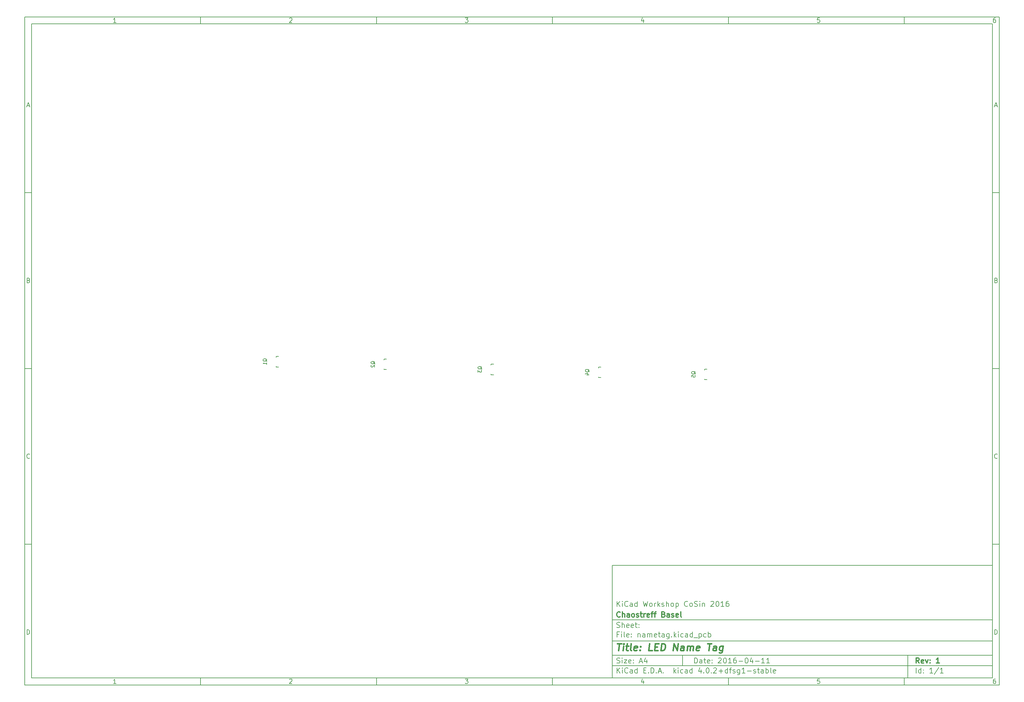
<source format=gbr>
G04 #@! TF.FileFunction,Legend,Bot*
%FSLAX46Y46*%
G04 Gerber Fmt 4.6, Leading zero omitted, Abs format (unit mm)*
G04 Created by KiCad (PCBNEW 4.0.2+dfsg1-stable) date Fri 10 Jun 2016 09:08:50 CEST*
%MOMM*%
G01*
G04 APERTURE LIST*
%ADD10C,0.100000*%
%ADD11C,0.150000*%
%ADD12C,0.300000*%
%ADD13C,0.400000*%
%ADD14R,2.300000X2.400000*%
%ADD15C,2.300000*%
%ADD16C,2.400000*%
%ADD17R,1.700000X1.700000*%
%ADD18C,1.700000*%
%ADD19R,2.127200X2.127200*%
%ADD20O,2.127200X2.127200*%
%ADD21R,2.200860X1.200100*%
%ADD22C,2.398980*%
%ADD23O,2.000000X2.000000*%
%ADD24C,1.797000*%
G04 APERTURE END LIST*
D10*
D11*
X177002200Y-166007200D02*
X177002200Y-198007200D01*
X285002200Y-198007200D01*
X285002200Y-166007200D01*
X177002200Y-166007200D01*
D10*
D11*
X10000000Y-10000000D02*
X10000000Y-200007200D01*
X287002200Y-200007200D01*
X287002200Y-10000000D01*
X10000000Y-10000000D01*
D10*
D11*
X12000000Y-12000000D02*
X12000000Y-198007200D01*
X285002200Y-198007200D01*
X285002200Y-12000000D01*
X12000000Y-12000000D01*
D10*
D11*
X60000000Y-12000000D02*
X60000000Y-10000000D01*
D10*
D11*
X110000000Y-12000000D02*
X110000000Y-10000000D01*
D10*
D11*
X160000000Y-12000000D02*
X160000000Y-10000000D01*
D10*
D11*
X210000000Y-12000000D02*
X210000000Y-10000000D01*
D10*
D11*
X260000000Y-12000000D02*
X260000000Y-10000000D01*
D10*
D11*
X35990476Y-11588095D02*
X35247619Y-11588095D01*
X35619048Y-11588095D02*
X35619048Y-10288095D01*
X35495238Y-10473810D01*
X35371429Y-10597619D01*
X35247619Y-10659524D01*
D10*
D11*
X85247619Y-10411905D02*
X85309524Y-10350000D01*
X85433333Y-10288095D01*
X85742857Y-10288095D01*
X85866667Y-10350000D01*
X85928571Y-10411905D01*
X85990476Y-10535714D01*
X85990476Y-10659524D01*
X85928571Y-10845238D01*
X85185714Y-11588095D01*
X85990476Y-11588095D01*
D10*
D11*
X135185714Y-10288095D02*
X135990476Y-10288095D01*
X135557143Y-10783333D01*
X135742857Y-10783333D01*
X135866667Y-10845238D01*
X135928571Y-10907143D01*
X135990476Y-11030952D01*
X135990476Y-11340476D01*
X135928571Y-11464286D01*
X135866667Y-11526190D01*
X135742857Y-11588095D01*
X135371429Y-11588095D01*
X135247619Y-11526190D01*
X135185714Y-11464286D01*
D10*
D11*
X185866667Y-10721429D02*
X185866667Y-11588095D01*
X185557143Y-10226190D02*
X185247619Y-11154762D01*
X186052381Y-11154762D01*
D10*
D11*
X235928571Y-10288095D02*
X235309524Y-10288095D01*
X235247619Y-10907143D01*
X235309524Y-10845238D01*
X235433333Y-10783333D01*
X235742857Y-10783333D01*
X235866667Y-10845238D01*
X235928571Y-10907143D01*
X235990476Y-11030952D01*
X235990476Y-11340476D01*
X235928571Y-11464286D01*
X235866667Y-11526190D01*
X235742857Y-11588095D01*
X235433333Y-11588095D01*
X235309524Y-11526190D01*
X235247619Y-11464286D01*
D10*
D11*
X285866667Y-10288095D02*
X285619048Y-10288095D01*
X285495238Y-10350000D01*
X285433333Y-10411905D01*
X285309524Y-10597619D01*
X285247619Y-10845238D01*
X285247619Y-11340476D01*
X285309524Y-11464286D01*
X285371429Y-11526190D01*
X285495238Y-11588095D01*
X285742857Y-11588095D01*
X285866667Y-11526190D01*
X285928571Y-11464286D01*
X285990476Y-11340476D01*
X285990476Y-11030952D01*
X285928571Y-10907143D01*
X285866667Y-10845238D01*
X285742857Y-10783333D01*
X285495238Y-10783333D01*
X285371429Y-10845238D01*
X285309524Y-10907143D01*
X285247619Y-11030952D01*
D10*
D11*
X60000000Y-198007200D02*
X60000000Y-200007200D01*
D10*
D11*
X110000000Y-198007200D02*
X110000000Y-200007200D01*
D10*
D11*
X160000000Y-198007200D02*
X160000000Y-200007200D01*
D10*
D11*
X210000000Y-198007200D02*
X210000000Y-200007200D01*
D10*
D11*
X260000000Y-198007200D02*
X260000000Y-200007200D01*
D10*
D11*
X35990476Y-199595295D02*
X35247619Y-199595295D01*
X35619048Y-199595295D02*
X35619048Y-198295295D01*
X35495238Y-198481010D01*
X35371429Y-198604819D01*
X35247619Y-198666724D01*
D10*
D11*
X85247619Y-198419105D02*
X85309524Y-198357200D01*
X85433333Y-198295295D01*
X85742857Y-198295295D01*
X85866667Y-198357200D01*
X85928571Y-198419105D01*
X85990476Y-198542914D01*
X85990476Y-198666724D01*
X85928571Y-198852438D01*
X85185714Y-199595295D01*
X85990476Y-199595295D01*
D10*
D11*
X135185714Y-198295295D02*
X135990476Y-198295295D01*
X135557143Y-198790533D01*
X135742857Y-198790533D01*
X135866667Y-198852438D01*
X135928571Y-198914343D01*
X135990476Y-199038152D01*
X135990476Y-199347676D01*
X135928571Y-199471486D01*
X135866667Y-199533390D01*
X135742857Y-199595295D01*
X135371429Y-199595295D01*
X135247619Y-199533390D01*
X135185714Y-199471486D01*
D10*
D11*
X185866667Y-198728629D02*
X185866667Y-199595295D01*
X185557143Y-198233390D02*
X185247619Y-199161962D01*
X186052381Y-199161962D01*
D10*
D11*
X235928571Y-198295295D02*
X235309524Y-198295295D01*
X235247619Y-198914343D01*
X235309524Y-198852438D01*
X235433333Y-198790533D01*
X235742857Y-198790533D01*
X235866667Y-198852438D01*
X235928571Y-198914343D01*
X235990476Y-199038152D01*
X235990476Y-199347676D01*
X235928571Y-199471486D01*
X235866667Y-199533390D01*
X235742857Y-199595295D01*
X235433333Y-199595295D01*
X235309524Y-199533390D01*
X235247619Y-199471486D01*
D10*
D11*
X285866667Y-198295295D02*
X285619048Y-198295295D01*
X285495238Y-198357200D01*
X285433333Y-198419105D01*
X285309524Y-198604819D01*
X285247619Y-198852438D01*
X285247619Y-199347676D01*
X285309524Y-199471486D01*
X285371429Y-199533390D01*
X285495238Y-199595295D01*
X285742857Y-199595295D01*
X285866667Y-199533390D01*
X285928571Y-199471486D01*
X285990476Y-199347676D01*
X285990476Y-199038152D01*
X285928571Y-198914343D01*
X285866667Y-198852438D01*
X285742857Y-198790533D01*
X285495238Y-198790533D01*
X285371429Y-198852438D01*
X285309524Y-198914343D01*
X285247619Y-199038152D01*
D10*
D11*
X10000000Y-60000000D02*
X12000000Y-60000000D01*
D10*
D11*
X10000000Y-110000000D02*
X12000000Y-110000000D01*
D10*
D11*
X10000000Y-160000000D02*
X12000000Y-160000000D01*
D10*
D11*
X10690476Y-35216667D02*
X11309524Y-35216667D01*
X10566667Y-35588095D02*
X11000000Y-34288095D01*
X11433333Y-35588095D01*
D10*
D11*
X11092857Y-84907143D02*
X11278571Y-84969048D01*
X11340476Y-85030952D01*
X11402381Y-85154762D01*
X11402381Y-85340476D01*
X11340476Y-85464286D01*
X11278571Y-85526190D01*
X11154762Y-85588095D01*
X10659524Y-85588095D01*
X10659524Y-84288095D01*
X11092857Y-84288095D01*
X11216667Y-84350000D01*
X11278571Y-84411905D01*
X11340476Y-84535714D01*
X11340476Y-84659524D01*
X11278571Y-84783333D01*
X11216667Y-84845238D01*
X11092857Y-84907143D01*
X10659524Y-84907143D01*
D10*
D11*
X11402381Y-135464286D02*
X11340476Y-135526190D01*
X11154762Y-135588095D01*
X11030952Y-135588095D01*
X10845238Y-135526190D01*
X10721429Y-135402381D01*
X10659524Y-135278571D01*
X10597619Y-135030952D01*
X10597619Y-134845238D01*
X10659524Y-134597619D01*
X10721429Y-134473810D01*
X10845238Y-134350000D01*
X11030952Y-134288095D01*
X11154762Y-134288095D01*
X11340476Y-134350000D01*
X11402381Y-134411905D01*
D10*
D11*
X10659524Y-185588095D02*
X10659524Y-184288095D01*
X10969048Y-184288095D01*
X11154762Y-184350000D01*
X11278571Y-184473810D01*
X11340476Y-184597619D01*
X11402381Y-184845238D01*
X11402381Y-185030952D01*
X11340476Y-185278571D01*
X11278571Y-185402381D01*
X11154762Y-185526190D01*
X10969048Y-185588095D01*
X10659524Y-185588095D01*
D10*
D11*
X287002200Y-60000000D02*
X285002200Y-60000000D01*
D10*
D11*
X287002200Y-110000000D02*
X285002200Y-110000000D01*
D10*
D11*
X287002200Y-160000000D02*
X285002200Y-160000000D01*
D10*
D11*
X285692676Y-35216667D02*
X286311724Y-35216667D01*
X285568867Y-35588095D02*
X286002200Y-34288095D01*
X286435533Y-35588095D01*
D10*
D11*
X286095057Y-84907143D02*
X286280771Y-84969048D01*
X286342676Y-85030952D01*
X286404581Y-85154762D01*
X286404581Y-85340476D01*
X286342676Y-85464286D01*
X286280771Y-85526190D01*
X286156962Y-85588095D01*
X285661724Y-85588095D01*
X285661724Y-84288095D01*
X286095057Y-84288095D01*
X286218867Y-84350000D01*
X286280771Y-84411905D01*
X286342676Y-84535714D01*
X286342676Y-84659524D01*
X286280771Y-84783333D01*
X286218867Y-84845238D01*
X286095057Y-84907143D01*
X285661724Y-84907143D01*
D10*
D11*
X286404581Y-135464286D02*
X286342676Y-135526190D01*
X286156962Y-135588095D01*
X286033152Y-135588095D01*
X285847438Y-135526190D01*
X285723629Y-135402381D01*
X285661724Y-135278571D01*
X285599819Y-135030952D01*
X285599819Y-134845238D01*
X285661724Y-134597619D01*
X285723629Y-134473810D01*
X285847438Y-134350000D01*
X286033152Y-134288095D01*
X286156962Y-134288095D01*
X286342676Y-134350000D01*
X286404581Y-134411905D01*
D10*
D11*
X285661724Y-185588095D02*
X285661724Y-184288095D01*
X285971248Y-184288095D01*
X286156962Y-184350000D01*
X286280771Y-184473810D01*
X286342676Y-184597619D01*
X286404581Y-184845238D01*
X286404581Y-185030952D01*
X286342676Y-185278571D01*
X286280771Y-185402381D01*
X286156962Y-185526190D01*
X285971248Y-185588095D01*
X285661724Y-185588095D01*
D10*
D11*
X200359343Y-193785771D02*
X200359343Y-192285771D01*
X200716486Y-192285771D01*
X200930771Y-192357200D01*
X201073629Y-192500057D01*
X201145057Y-192642914D01*
X201216486Y-192928629D01*
X201216486Y-193142914D01*
X201145057Y-193428629D01*
X201073629Y-193571486D01*
X200930771Y-193714343D01*
X200716486Y-193785771D01*
X200359343Y-193785771D01*
X202502200Y-193785771D02*
X202502200Y-193000057D01*
X202430771Y-192857200D01*
X202287914Y-192785771D01*
X202002200Y-192785771D01*
X201859343Y-192857200D01*
X202502200Y-193714343D02*
X202359343Y-193785771D01*
X202002200Y-193785771D01*
X201859343Y-193714343D01*
X201787914Y-193571486D01*
X201787914Y-193428629D01*
X201859343Y-193285771D01*
X202002200Y-193214343D01*
X202359343Y-193214343D01*
X202502200Y-193142914D01*
X203002200Y-192785771D02*
X203573629Y-192785771D01*
X203216486Y-192285771D02*
X203216486Y-193571486D01*
X203287914Y-193714343D01*
X203430772Y-193785771D01*
X203573629Y-193785771D01*
X204645057Y-193714343D02*
X204502200Y-193785771D01*
X204216486Y-193785771D01*
X204073629Y-193714343D01*
X204002200Y-193571486D01*
X204002200Y-193000057D01*
X204073629Y-192857200D01*
X204216486Y-192785771D01*
X204502200Y-192785771D01*
X204645057Y-192857200D01*
X204716486Y-193000057D01*
X204716486Y-193142914D01*
X204002200Y-193285771D01*
X205359343Y-193642914D02*
X205430771Y-193714343D01*
X205359343Y-193785771D01*
X205287914Y-193714343D01*
X205359343Y-193642914D01*
X205359343Y-193785771D01*
X205359343Y-192857200D02*
X205430771Y-192928629D01*
X205359343Y-193000057D01*
X205287914Y-192928629D01*
X205359343Y-192857200D01*
X205359343Y-193000057D01*
X207145057Y-192428629D02*
X207216486Y-192357200D01*
X207359343Y-192285771D01*
X207716486Y-192285771D01*
X207859343Y-192357200D01*
X207930772Y-192428629D01*
X208002200Y-192571486D01*
X208002200Y-192714343D01*
X207930772Y-192928629D01*
X207073629Y-193785771D01*
X208002200Y-193785771D01*
X208930771Y-192285771D02*
X209073628Y-192285771D01*
X209216485Y-192357200D01*
X209287914Y-192428629D01*
X209359343Y-192571486D01*
X209430771Y-192857200D01*
X209430771Y-193214343D01*
X209359343Y-193500057D01*
X209287914Y-193642914D01*
X209216485Y-193714343D01*
X209073628Y-193785771D01*
X208930771Y-193785771D01*
X208787914Y-193714343D01*
X208716485Y-193642914D01*
X208645057Y-193500057D01*
X208573628Y-193214343D01*
X208573628Y-192857200D01*
X208645057Y-192571486D01*
X208716485Y-192428629D01*
X208787914Y-192357200D01*
X208930771Y-192285771D01*
X210859342Y-193785771D02*
X210002199Y-193785771D01*
X210430771Y-193785771D02*
X210430771Y-192285771D01*
X210287914Y-192500057D01*
X210145056Y-192642914D01*
X210002199Y-192714343D01*
X212145056Y-192285771D02*
X211859342Y-192285771D01*
X211716485Y-192357200D01*
X211645056Y-192428629D01*
X211502199Y-192642914D01*
X211430770Y-192928629D01*
X211430770Y-193500057D01*
X211502199Y-193642914D01*
X211573627Y-193714343D01*
X211716485Y-193785771D01*
X212002199Y-193785771D01*
X212145056Y-193714343D01*
X212216485Y-193642914D01*
X212287913Y-193500057D01*
X212287913Y-193142914D01*
X212216485Y-193000057D01*
X212145056Y-192928629D01*
X212002199Y-192857200D01*
X211716485Y-192857200D01*
X211573627Y-192928629D01*
X211502199Y-193000057D01*
X211430770Y-193142914D01*
X212930770Y-193214343D02*
X214073627Y-193214343D01*
X215073627Y-192285771D02*
X215216484Y-192285771D01*
X215359341Y-192357200D01*
X215430770Y-192428629D01*
X215502199Y-192571486D01*
X215573627Y-192857200D01*
X215573627Y-193214343D01*
X215502199Y-193500057D01*
X215430770Y-193642914D01*
X215359341Y-193714343D01*
X215216484Y-193785771D01*
X215073627Y-193785771D01*
X214930770Y-193714343D01*
X214859341Y-193642914D01*
X214787913Y-193500057D01*
X214716484Y-193214343D01*
X214716484Y-192857200D01*
X214787913Y-192571486D01*
X214859341Y-192428629D01*
X214930770Y-192357200D01*
X215073627Y-192285771D01*
X216859341Y-192785771D02*
X216859341Y-193785771D01*
X216502198Y-192214343D02*
X216145055Y-193285771D01*
X217073627Y-193285771D01*
X217645055Y-193214343D02*
X218787912Y-193214343D01*
X220287912Y-193785771D02*
X219430769Y-193785771D01*
X219859341Y-193785771D02*
X219859341Y-192285771D01*
X219716484Y-192500057D01*
X219573626Y-192642914D01*
X219430769Y-192714343D01*
X221716483Y-193785771D02*
X220859340Y-193785771D01*
X221287912Y-193785771D02*
X221287912Y-192285771D01*
X221145055Y-192500057D01*
X221002197Y-192642914D01*
X220859340Y-192714343D01*
D10*
D11*
X177002200Y-194507200D02*
X285002200Y-194507200D01*
D10*
D11*
X178359343Y-196585771D02*
X178359343Y-195085771D01*
X179216486Y-196585771D02*
X178573629Y-195728629D01*
X179216486Y-195085771D02*
X178359343Y-195942914D01*
X179859343Y-196585771D02*
X179859343Y-195585771D01*
X179859343Y-195085771D02*
X179787914Y-195157200D01*
X179859343Y-195228629D01*
X179930771Y-195157200D01*
X179859343Y-195085771D01*
X179859343Y-195228629D01*
X181430772Y-196442914D02*
X181359343Y-196514343D01*
X181145057Y-196585771D01*
X181002200Y-196585771D01*
X180787915Y-196514343D01*
X180645057Y-196371486D01*
X180573629Y-196228629D01*
X180502200Y-195942914D01*
X180502200Y-195728629D01*
X180573629Y-195442914D01*
X180645057Y-195300057D01*
X180787915Y-195157200D01*
X181002200Y-195085771D01*
X181145057Y-195085771D01*
X181359343Y-195157200D01*
X181430772Y-195228629D01*
X182716486Y-196585771D02*
X182716486Y-195800057D01*
X182645057Y-195657200D01*
X182502200Y-195585771D01*
X182216486Y-195585771D01*
X182073629Y-195657200D01*
X182716486Y-196514343D02*
X182573629Y-196585771D01*
X182216486Y-196585771D01*
X182073629Y-196514343D01*
X182002200Y-196371486D01*
X182002200Y-196228629D01*
X182073629Y-196085771D01*
X182216486Y-196014343D01*
X182573629Y-196014343D01*
X182716486Y-195942914D01*
X184073629Y-196585771D02*
X184073629Y-195085771D01*
X184073629Y-196514343D02*
X183930772Y-196585771D01*
X183645058Y-196585771D01*
X183502200Y-196514343D01*
X183430772Y-196442914D01*
X183359343Y-196300057D01*
X183359343Y-195871486D01*
X183430772Y-195728629D01*
X183502200Y-195657200D01*
X183645058Y-195585771D01*
X183930772Y-195585771D01*
X184073629Y-195657200D01*
X185930772Y-195800057D02*
X186430772Y-195800057D01*
X186645058Y-196585771D02*
X185930772Y-196585771D01*
X185930772Y-195085771D01*
X186645058Y-195085771D01*
X187287915Y-196442914D02*
X187359343Y-196514343D01*
X187287915Y-196585771D01*
X187216486Y-196514343D01*
X187287915Y-196442914D01*
X187287915Y-196585771D01*
X188002201Y-196585771D02*
X188002201Y-195085771D01*
X188359344Y-195085771D01*
X188573629Y-195157200D01*
X188716487Y-195300057D01*
X188787915Y-195442914D01*
X188859344Y-195728629D01*
X188859344Y-195942914D01*
X188787915Y-196228629D01*
X188716487Y-196371486D01*
X188573629Y-196514343D01*
X188359344Y-196585771D01*
X188002201Y-196585771D01*
X189502201Y-196442914D02*
X189573629Y-196514343D01*
X189502201Y-196585771D01*
X189430772Y-196514343D01*
X189502201Y-196442914D01*
X189502201Y-196585771D01*
X190145058Y-196157200D02*
X190859344Y-196157200D01*
X190002201Y-196585771D02*
X190502201Y-195085771D01*
X191002201Y-196585771D01*
X191502201Y-196442914D02*
X191573629Y-196514343D01*
X191502201Y-196585771D01*
X191430772Y-196514343D01*
X191502201Y-196442914D01*
X191502201Y-196585771D01*
X194502201Y-196585771D02*
X194502201Y-195085771D01*
X194645058Y-196014343D02*
X195073629Y-196585771D01*
X195073629Y-195585771D02*
X194502201Y-196157200D01*
X195716487Y-196585771D02*
X195716487Y-195585771D01*
X195716487Y-195085771D02*
X195645058Y-195157200D01*
X195716487Y-195228629D01*
X195787915Y-195157200D01*
X195716487Y-195085771D01*
X195716487Y-195228629D01*
X197073630Y-196514343D02*
X196930773Y-196585771D01*
X196645059Y-196585771D01*
X196502201Y-196514343D01*
X196430773Y-196442914D01*
X196359344Y-196300057D01*
X196359344Y-195871486D01*
X196430773Y-195728629D01*
X196502201Y-195657200D01*
X196645059Y-195585771D01*
X196930773Y-195585771D01*
X197073630Y-195657200D01*
X198359344Y-196585771D02*
X198359344Y-195800057D01*
X198287915Y-195657200D01*
X198145058Y-195585771D01*
X197859344Y-195585771D01*
X197716487Y-195657200D01*
X198359344Y-196514343D02*
X198216487Y-196585771D01*
X197859344Y-196585771D01*
X197716487Y-196514343D01*
X197645058Y-196371486D01*
X197645058Y-196228629D01*
X197716487Y-196085771D01*
X197859344Y-196014343D01*
X198216487Y-196014343D01*
X198359344Y-195942914D01*
X199716487Y-196585771D02*
X199716487Y-195085771D01*
X199716487Y-196514343D02*
X199573630Y-196585771D01*
X199287916Y-196585771D01*
X199145058Y-196514343D01*
X199073630Y-196442914D01*
X199002201Y-196300057D01*
X199002201Y-195871486D01*
X199073630Y-195728629D01*
X199145058Y-195657200D01*
X199287916Y-195585771D01*
X199573630Y-195585771D01*
X199716487Y-195657200D01*
X202216487Y-195585771D02*
X202216487Y-196585771D01*
X201859344Y-195014343D02*
X201502201Y-196085771D01*
X202430773Y-196085771D01*
X203002201Y-196442914D02*
X203073629Y-196514343D01*
X203002201Y-196585771D01*
X202930772Y-196514343D01*
X203002201Y-196442914D01*
X203002201Y-196585771D01*
X204002201Y-195085771D02*
X204145058Y-195085771D01*
X204287915Y-195157200D01*
X204359344Y-195228629D01*
X204430773Y-195371486D01*
X204502201Y-195657200D01*
X204502201Y-196014343D01*
X204430773Y-196300057D01*
X204359344Y-196442914D01*
X204287915Y-196514343D01*
X204145058Y-196585771D01*
X204002201Y-196585771D01*
X203859344Y-196514343D01*
X203787915Y-196442914D01*
X203716487Y-196300057D01*
X203645058Y-196014343D01*
X203645058Y-195657200D01*
X203716487Y-195371486D01*
X203787915Y-195228629D01*
X203859344Y-195157200D01*
X204002201Y-195085771D01*
X205145058Y-196442914D02*
X205216486Y-196514343D01*
X205145058Y-196585771D01*
X205073629Y-196514343D01*
X205145058Y-196442914D01*
X205145058Y-196585771D01*
X205787915Y-195228629D02*
X205859344Y-195157200D01*
X206002201Y-195085771D01*
X206359344Y-195085771D01*
X206502201Y-195157200D01*
X206573630Y-195228629D01*
X206645058Y-195371486D01*
X206645058Y-195514343D01*
X206573630Y-195728629D01*
X205716487Y-196585771D01*
X206645058Y-196585771D01*
X207287915Y-196014343D02*
X208430772Y-196014343D01*
X207859343Y-196585771D02*
X207859343Y-195442914D01*
X209787915Y-196585771D02*
X209787915Y-195085771D01*
X209787915Y-196514343D02*
X209645058Y-196585771D01*
X209359344Y-196585771D01*
X209216486Y-196514343D01*
X209145058Y-196442914D01*
X209073629Y-196300057D01*
X209073629Y-195871486D01*
X209145058Y-195728629D01*
X209216486Y-195657200D01*
X209359344Y-195585771D01*
X209645058Y-195585771D01*
X209787915Y-195657200D01*
X210287915Y-195585771D02*
X210859344Y-195585771D01*
X210502201Y-196585771D02*
X210502201Y-195300057D01*
X210573629Y-195157200D01*
X210716487Y-195085771D01*
X210859344Y-195085771D01*
X211287915Y-196514343D02*
X211430772Y-196585771D01*
X211716487Y-196585771D01*
X211859344Y-196514343D01*
X211930772Y-196371486D01*
X211930772Y-196300057D01*
X211859344Y-196157200D01*
X211716487Y-196085771D01*
X211502201Y-196085771D01*
X211359344Y-196014343D01*
X211287915Y-195871486D01*
X211287915Y-195800057D01*
X211359344Y-195657200D01*
X211502201Y-195585771D01*
X211716487Y-195585771D01*
X211859344Y-195657200D01*
X213216487Y-195585771D02*
X213216487Y-196800057D01*
X213145058Y-196942914D01*
X213073630Y-197014343D01*
X212930773Y-197085771D01*
X212716487Y-197085771D01*
X212573630Y-197014343D01*
X213216487Y-196514343D02*
X213073630Y-196585771D01*
X212787916Y-196585771D01*
X212645058Y-196514343D01*
X212573630Y-196442914D01*
X212502201Y-196300057D01*
X212502201Y-195871486D01*
X212573630Y-195728629D01*
X212645058Y-195657200D01*
X212787916Y-195585771D01*
X213073630Y-195585771D01*
X213216487Y-195657200D01*
X214716487Y-196585771D02*
X213859344Y-196585771D01*
X214287916Y-196585771D02*
X214287916Y-195085771D01*
X214145059Y-195300057D01*
X214002201Y-195442914D01*
X213859344Y-195514343D01*
X215359344Y-196014343D02*
X216502201Y-196014343D01*
X217145058Y-196514343D02*
X217287915Y-196585771D01*
X217573630Y-196585771D01*
X217716487Y-196514343D01*
X217787915Y-196371486D01*
X217787915Y-196300057D01*
X217716487Y-196157200D01*
X217573630Y-196085771D01*
X217359344Y-196085771D01*
X217216487Y-196014343D01*
X217145058Y-195871486D01*
X217145058Y-195800057D01*
X217216487Y-195657200D01*
X217359344Y-195585771D01*
X217573630Y-195585771D01*
X217716487Y-195657200D01*
X218216487Y-195585771D02*
X218787916Y-195585771D01*
X218430773Y-195085771D02*
X218430773Y-196371486D01*
X218502201Y-196514343D01*
X218645059Y-196585771D01*
X218787916Y-196585771D01*
X219930773Y-196585771D02*
X219930773Y-195800057D01*
X219859344Y-195657200D01*
X219716487Y-195585771D01*
X219430773Y-195585771D01*
X219287916Y-195657200D01*
X219930773Y-196514343D02*
X219787916Y-196585771D01*
X219430773Y-196585771D01*
X219287916Y-196514343D01*
X219216487Y-196371486D01*
X219216487Y-196228629D01*
X219287916Y-196085771D01*
X219430773Y-196014343D01*
X219787916Y-196014343D01*
X219930773Y-195942914D01*
X220645059Y-196585771D02*
X220645059Y-195085771D01*
X220645059Y-195657200D02*
X220787916Y-195585771D01*
X221073630Y-195585771D01*
X221216487Y-195657200D01*
X221287916Y-195728629D01*
X221359345Y-195871486D01*
X221359345Y-196300057D01*
X221287916Y-196442914D01*
X221216487Y-196514343D01*
X221073630Y-196585771D01*
X220787916Y-196585771D01*
X220645059Y-196514343D01*
X222216488Y-196585771D02*
X222073630Y-196514343D01*
X222002202Y-196371486D01*
X222002202Y-195085771D01*
X223359344Y-196514343D02*
X223216487Y-196585771D01*
X222930773Y-196585771D01*
X222787916Y-196514343D01*
X222716487Y-196371486D01*
X222716487Y-195800057D01*
X222787916Y-195657200D01*
X222930773Y-195585771D01*
X223216487Y-195585771D01*
X223359344Y-195657200D01*
X223430773Y-195800057D01*
X223430773Y-195942914D01*
X222716487Y-196085771D01*
D10*
D11*
X177002200Y-191507200D02*
X285002200Y-191507200D01*
D10*
D12*
X264216486Y-193785771D02*
X263716486Y-193071486D01*
X263359343Y-193785771D02*
X263359343Y-192285771D01*
X263930771Y-192285771D01*
X264073629Y-192357200D01*
X264145057Y-192428629D01*
X264216486Y-192571486D01*
X264216486Y-192785771D01*
X264145057Y-192928629D01*
X264073629Y-193000057D01*
X263930771Y-193071486D01*
X263359343Y-193071486D01*
X265430771Y-193714343D02*
X265287914Y-193785771D01*
X265002200Y-193785771D01*
X264859343Y-193714343D01*
X264787914Y-193571486D01*
X264787914Y-193000057D01*
X264859343Y-192857200D01*
X265002200Y-192785771D01*
X265287914Y-192785771D01*
X265430771Y-192857200D01*
X265502200Y-193000057D01*
X265502200Y-193142914D01*
X264787914Y-193285771D01*
X266002200Y-192785771D02*
X266359343Y-193785771D01*
X266716485Y-192785771D01*
X267287914Y-193642914D02*
X267359342Y-193714343D01*
X267287914Y-193785771D01*
X267216485Y-193714343D01*
X267287914Y-193642914D01*
X267287914Y-193785771D01*
X267287914Y-192857200D02*
X267359342Y-192928629D01*
X267287914Y-193000057D01*
X267216485Y-192928629D01*
X267287914Y-192857200D01*
X267287914Y-193000057D01*
X269930771Y-193785771D02*
X269073628Y-193785771D01*
X269502200Y-193785771D02*
X269502200Y-192285771D01*
X269359343Y-192500057D01*
X269216485Y-192642914D01*
X269073628Y-192714343D01*
D10*
D11*
X178287914Y-193714343D02*
X178502200Y-193785771D01*
X178859343Y-193785771D01*
X179002200Y-193714343D01*
X179073629Y-193642914D01*
X179145057Y-193500057D01*
X179145057Y-193357200D01*
X179073629Y-193214343D01*
X179002200Y-193142914D01*
X178859343Y-193071486D01*
X178573629Y-193000057D01*
X178430771Y-192928629D01*
X178359343Y-192857200D01*
X178287914Y-192714343D01*
X178287914Y-192571486D01*
X178359343Y-192428629D01*
X178430771Y-192357200D01*
X178573629Y-192285771D01*
X178930771Y-192285771D01*
X179145057Y-192357200D01*
X179787914Y-193785771D02*
X179787914Y-192785771D01*
X179787914Y-192285771D02*
X179716485Y-192357200D01*
X179787914Y-192428629D01*
X179859342Y-192357200D01*
X179787914Y-192285771D01*
X179787914Y-192428629D01*
X180359343Y-192785771D02*
X181145057Y-192785771D01*
X180359343Y-193785771D01*
X181145057Y-193785771D01*
X182287914Y-193714343D02*
X182145057Y-193785771D01*
X181859343Y-193785771D01*
X181716486Y-193714343D01*
X181645057Y-193571486D01*
X181645057Y-193000057D01*
X181716486Y-192857200D01*
X181859343Y-192785771D01*
X182145057Y-192785771D01*
X182287914Y-192857200D01*
X182359343Y-193000057D01*
X182359343Y-193142914D01*
X181645057Y-193285771D01*
X183002200Y-193642914D02*
X183073628Y-193714343D01*
X183002200Y-193785771D01*
X182930771Y-193714343D01*
X183002200Y-193642914D01*
X183002200Y-193785771D01*
X183002200Y-192857200D02*
X183073628Y-192928629D01*
X183002200Y-193000057D01*
X182930771Y-192928629D01*
X183002200Y-192857200D01*
X183002200Y-193000057D01*
X184787914Y-193357200D02*
X185502200Y-193357200D01*
X184645057Y-193785771D02*
X185145057Y-192285771D01*
X185645057Y-193785771D01*
X186787914Y-192785771D02*
X186787914Y-193785771D01*
X186430771Y-192214343D02*
X186073628Y-193285771D01*
X187002200Y-193285771D01*
D10*
D11*
X263359343Y-196585771D02*
X263359343Y-195085771D01*
X264716486Y-196585771D02*
X264716486Y-195085771D01*
X264716486Y-196514343D02*
X264573629Y-196585771D01*
X264287915Y-196585771D01*
X264145057Y-196514343D01*
X264073629Y-196442914D01*
X264002200Y-196300057D01*
X264002200Y-195871486D01*
X264073629Y-195728629D01*
X264145057Y-195657200D01*
X264287915Y-195585771D01*
X264573629Y-195585771D01*
X264716486Y-195657200D01*
X265430772Y-196442914D02*
X265502200Y-196514343D01*
X265430772Y-196585771D01*
X265359343Y-196514343D01*
X265430772Y-196442914D01*
X265430772Y-196585771D01*
X265430772Y-195657200D02*
X265502200Y-195728629D01*
X265430772Y-195800057D01*
X265359343Y-195728629D01*
X265430772Y-195657200D01*
X265430772Y-195800057D01*
X268073629Y-196585771D02*
X267216486Y-196585771D01*
X267645058Y-196585771D02*
X267645058Y-195085771D01*
X267502201Y-195300057D01*
X267359343Y-195442914D01*
X267216486Y-195514343D01*
X269787914Y-195014343D02*
X268502200Y-196942914D01*
X271073629Y-196585771D02*
X270216486Y-196585771D01*
X270645058Y-196585771D02*
X270645058Y-195085771D01*
X270502201Y-195300057D01*
X270359343Y-195442914D01*
X270216486Y-195514343D01*
D10*
D11*
X177002200Y-187507200D02*
X285002200Y-187507200D01*
D10*
D13*
X178454581Y-188211962D02*
X179597438Y-188211962D01*
X178776010Y-190211962D02*
X179026010Y-188211962D01*
X180014105Y-190211962D02*
X180180771Y-188878629D01*
X180264105Y-188211962D02*
X180156962Y-188307200D01*
X180240295Y-188402438D01*
X180347439Y-188307200D01*
X180264105Y-188211962D01*
X180240295Y-188402438D01*
X180847438Y-188878629D02*
X181609343Y-188878629D01*
X181216486Y-188211962D02*
X181002200Y-189926248D01*
X181073630Y-190116724D01*
X181252201Y-190211962D01*
X181442677Y-190211962D01*
X182395058Y-190211962D02*
X182216487Y-190116724D01*
X182145057Y-189926248D01*
X182359343Y-188211962D01*
X183930772Y-190116724D02*
X183728391Y-190211962D01*
X183347439Y-190211962D01*
X183168867Y-190116724D01*
X183097438Y-189926248D01*
X183192676Y-189164343D01*
X183311724Y-188973867D01*
X183514105Y-188878629D01*
X183895057Y-188878629D01*
X184073629Y-188973867D01*
X184145057Y-189164343D01*
X184121248Y-189354819D01*
X183145057Y-189545295D01*
X184895057Y-190021486D02*
X184978392Y-190116724D01*
X184871248Y-190211962D01*
X184787915Y-190116724D01*
X184895057Y-190021486D01*
X184871248Y-190211962D01*
X185026010Y-188973867D02*
X185109344Y-189069105D01*
X185002200Y-189164343D01*
X184918867Y-189069105D01*
X185026010Y-188973867D01*
X185002200Y-189164343D01*
X188299820Y-190211962D02*
X187347439Y-190211962D01*
X187597439Y-188211962D01*
X189097439Y-189164343D02*
X189764106Y-189164343D01*
X189918868Y-190211962D02*
X188966487Y-190211962D01*
X189216487Y-188211962D01*
X190168868Y-188211962D01*
X190776011Y-190211962D02*
X191026011Y-188211962D01*
X191502202Y-188211962D01*
X191776011Y-188307200D01*
X191942678Y-188497676D01*
X192014107Y-188688152D01*
X192061726Y-189069105D01*
X192026012Y-189354819D01*
X191883155Y-189735771D01*
X191764106Y-189926248D01*
X191549821Y-190116724D01*
X191252202Y-190211962D01*
X190776011Y-190211962D01*
X194299821Y-190211962D02*
X194549821Y-188211962D01*
X195442679Y-190211962D01*
X195692679Y-188211962D01*
X197252202Y-190211962D02*
X197383154Y-189164343D01*
X197311726Y-188973867D01*
X197133154Y-188878629D01*
X196752202Y-188878629D01*
X196549821Y-188973867D01*
X197264107Y-190116724D02*
X197061726Y-190211962D01*
X196585536Y-190211962D01*
X196406964Y-190116724D01*
X196335535Y-189926248D01*
X196359345Y-189735771D01*
X196478392Y-189545295D01*
X196680774Y-189450057D01*
X197156964Y-189450057D01*
X197359345Y-189354819D01*
X198204583Y-190211962D02*
X198371249Y-188878629D01*
X198347440Y-189069105D02*
X198454584Y-188973867D01*
X198656964Y-188878629D01*
X198942678Y-188878629D01*
X199121250Y-188973867D01*
X199192678Y-189164343D01*
X199061726Y-190211962D01*
X199192678Y-189164343D02*
X199311726Y-188973867D01*
X199514107Y-188878629D01*
X199799821Y-188878629D01*
X199978393Y-188973867D01*
X200049821Y-189164343D01*
X199918869Y-190211962D01*
X201645060Y-190116724D02*
X201442679Y-190211962D01*
X201061727Y-190211962D01*
X200883155Y-190116724D01*
X200811726Y-189926248D01*
X200906964Y-189164343D01*
X201026012Y-188973867D01*
X201228393Y-188878629D01*
X201609345Y-188878629D01*
X201787917Y-188973867D01*
X201859345Y-189164343D01*
X201835536Y-189354819D01*
X200859345Y-189545295D01*
X204073632Y-188211962D02*
X205216489Y-188211962D01*
X204395061Y-190211962D02*
X204645061Y-188211962D01*
X206490299Y-190211962D02*
X206621251Y-189164343D01*
X206549823Y-188973867D01*
X206371251Y-188878629D01*
X205990299Y-188878629D01*
X205787918Y-188973867D01*
X206502204Y-190116724D02*
X206299823Y-190211962D01*
X205823633Y-190211962D01*
X205645061Y-190116724D01*
X205573632Y-189926248D01*
X205597442Y-189735771D01*
X205716489Y-189545295D01*
X205918871Y-189450057D01*
X206395061Y-189450057D01*
X206597442Y-189354819D01*
X208466489Y-188878629D02*
X208264108Y-190497676D01*
X208145061Y-190688152D01*
X208037918Y-190783390D01*
X207835537Y-190878629D01*
X207549823Y-190878629D01*
X207371251Y-190783390D01*
X208311728Y-190116724D02*
X208109347Y-190211962D01*
X207728395Y-190211962D01*
X207549824Y-190116724D01*
X207466489Y-190021486D01*
X207395061Y-189831010D01*
X207466489Y-189259581D01*
X207585537Y-189069105D01*
X207692681Y-188973867D01*
X207895061Y-188878629D01*
X208276013Y-188878629D01*
X208454585Y-188973867D01*
D10*
D11*
X178859343Y-185600057D02*
X178359343Y-185600057D01*
X178359343Y-186385771D02*
X178359343Y-184885771D01*
X179073629Y-184885771D01*
X179645057Y-186385771D02*
X179645057Y-185385771D01*
X179645057Y-184885771D02*
X179573628Y-184957200D01*
X179645057Y-185028629D01*
X179716485Y-184957200D01*
X179645057Y-184885771D01*
X179645057Y-185028629D01*
X180573629Y-186385771D02*
X180430771Y-186314343D01*
X180359343Y-186171486D01*
X180359343Y-184885771D01*
X181716485Y-186314343D02*
X181573628Y-186385771D01*
X181287914Y-186385771D01*
X181145057Y-186314343D01*
X181073628Y-186171486D01*
X181073628Y-185600057D01*
X181145057Y-185457200D01*
X181287914Y-185385771D01*
X181573628Y-185385771D01*
X181716485Y-185457200D01*
X181787914Y-185600057D01*
X181787914Y-185742914D01*
X181073628Y-185885771D01*
X182430771Y-186242914D02*
X182502199Y-186314343D01*
X182430771Y-186385771D01*
X182359342Y-186314343D01*
X182430771Y-186242914D01*
X182430771Y-186385771D01*
X182430771Y-185457200D02*
X182502199Y-185528629D01*
X182430771Y-185600057D01*
X182359342Y-185528629D01*
X182430771Y-185457200D01*
X182430771Y-185600057D01*
X184287914Y-185385771D02*
X184287914Y-186385771D01*
X184287914Y-185528629D02*
X184359342Y-185457200D01*
X184502200Y-185385771D01*
X184716485Y-185385771D01*
X184859342Y-185457200D01*
X184930771Y-185600057D01*
X184930771Y-186385771D01*
X186287914Y-186385771D02*
X186287914Y-185600057D01*
X186216485Y-185457200D01*
X186073628Y-185385771D01*
X185787914Y-185385771D01*
X185645057Y-185457200D01*
X186287914Y-186314343D02*
X186145057Y-186385771D01*
X185787914Y-186385771D01*
X185645057Y-186314343D01*
X185573628Y-186171486D01*
X185573628Y-186028629D01*
X185645057Y-185885771D01*
X185787914Y-185814343D01*
X186145057Y-185814343D01*
X186287914Y-185742914D01*
X187002200Y-186385771D02*
X187002200Y-185385771D01*
X187002200Y-185528629D02*
X187073628Y-185457200D01*
X187216486Y-185385771D01*
X187430771Y-185385771D01*
X187573628Y-185457200D01*
X187645057Y-185600057D01*
X187645057Y-186385771D01*
X187645057Y-185600057D02*
X187716486Y-185457200D01*
X187859343Y-185385771D01*
X188073628Y-185385771D01*
X188216486Y-185457200D01*
X188287914Y-185600057D01*
X188287914Y-186385771D01*
X189573628Y-186314343D02*
X189430771Y-186385771D01*
X189145057Y-186385771D01*
X189002200Y-186314343D01*
X188930771Y-186171486D01*
X188930771Y-185600057D01*
X189002200Y-185457200D01*
X189145057Y-185385771D01*
X189430771Y-185385771D01*
X189573628Y-185457200D01*
X189645057Y-185600057D01*
X189645057Y-185742914D01*
X188930771Y-185885771D01*
X190073628Y-185385771D02*
X190645057Y-185385771D01*
X190287914Y-184885771D02*
X190287914Y-186171486D01*
X190359342Y-186314343D01*
X190502200Y-186385771D01*
X190645057Y-186385771D01*
X191787914Y-186385771D02*
X191787914Y-185600057D01*
X191716485Y-185457200D01*
X191573628Y-185385771D01*
X191287914Y-185385771D01*
X191145057Y-185457200D01*
X191787914Y-186314343D02*
X191645057Y-186385771D01*
X191287914Y-186385771D01*
X191145057Y-186314343D01*
X191073628Y-186171486D01*
X191073628Y-186028629D01*
X191145057Y-185885771D01*
X191287914Y-185814343D01*
X191645057Y-185814343D01*
X191787914Y-185742914D01*
X193145057Y-185385771D02*
X193145057Y-186600057D01*
X193073628Y-186742914D01*
X193002200Y-186814343D01*
X192859343Y-186885771D01*
X192645057Y-186885771D01*
X192502200Y-186814343D01*
X193145057Y-186314343D02*
X193002200Y-186385771D01*
X192716486Y-186385771D01*
X192573628Y-186314343D01*
X192502200Y-186242914D01*
X192430771Y-186100057D01*
X192430771Y-185671486D01*
X192502200Y-185528629D01*
X192573628Y-185457200D01*
X192716486Y-185385771D01*
X193002200Y-185385771D01*
X193145057Y-185457200D01*
X193859343Y-186242914D02*
X193930771Y-186314343D01*
X193859343Y-186385771D01*
X193787914Y-186314343D01*
X193859343Y-186242914D01*
X193859343Y-186385771D01*
X194573629Y-186385771D02*
X194573629Y-184885771D01*
X194716486Y-185814343D02*
X195145057Y-186385771D01*
X195145057Y-185385771D02*
X194573629Y-185957200D01*
X195787915Y-186385771D02*
X195787915Y-185385771D01*
X195787915Y-184885771D02*
X195716486Y-184957200D01*
X195787915Y-185028629D01*
X195859343Y-184957200D01*
X195787915Y-184885771D01*
X195787915Y-185028629D01*
X197145058Y-186314343D02*
X197002201Y-186385771D01*
X196716487Y-186385771D01*
X196573629Y-186314343D01*
X196502201Y-186242914D01*
X196430772Y-186100057D01*
X196430772Y-185671486D01*
X196502201Y-185528629D01*
X196573629Y-185457200D01*
X196716487Y-185385771D01*
X197002201Y-185385771D01*
X197145058Y-185457200D01*
X198430772Y-186385771D02*
X198430772Y-185600057D01*
X198359343Y-185457200D01*
X198216486Y-185385771D01*
X197930772Y-185385771D01*
X197787915Y-185457200D01*
X198430772Y-186314343D02*
X198287915Y-186385771D01*
X197930772Y-186385771D01*
X197787915Y-186314343D01*
X197716486Y-186171486D01*
X197716486Y-186028629D01*
X197787915Y-185885771D01*
X197930772Y-185814343D01*
X198287915Y-185814343D01*
X198430772Y-185742914D01*
X199787915Y-186385771D02*
X199787915Y-184885771D01*
X199787915Y-186314343D02*
X199645058Y-186385771D01*
X199359344Y-186385771D01*
X199216486Y-186314343D01*
X199145058Y-186242914D01*
X199073629Y-186100057D01*
X199073629Y-185671486D01*
X199145058Y-185528629D01*
X199216486Y-185457200D01*
X199359344Y-185385771D01*
X199645058Y-185385771D01*
X199787915Y-185457200D01*
X200145058Y-186528629D02*
X201287915Y-186528629D01*
X201645058Y-185385771D02*
X201645058Y-186885771D01*
X201645058Y-185457200D02*
X201787915Y-185385771D01*
X202073629Y-185385771D01*
X202216486Y-185457200D01*
X202287915Y-185528629D01*
X202359344Y-185671486D01*
X202359344Y-186100057D01*
X202287915Y-186242914D01*
X202216486Y-186314343D01*
X202073629Y-186385771D01*
X201787915Y-186385771D01*
X201645058Y-186314343D01*
X203645058Y-186314343D02*
X203502201Y-186385771D01*
X203216487Y-186385771D01*
X203073629Y-186314343D01*
X203002201Y-186242914D01*
X202930772Y-186100057D01*
X202930772Y-185671486D01*
X203002201Y-185528629D01*
X203073629Y-185457200D01*
X203216487Y-185385771D01*
X203502201Y-185385771D01*
X203645058Y-185457200D01*
X204287915Y-186385771D02*
X204287915Y-184885771D01*
X204287915Y-185457200D02*
X204430772Y-185385771D01*
X204716486Y-185385771D01*
X204859343Y-185457200D01*
X204930772Y-185528629D01*
X205002201Y-185671486D01*
X205002201Y-186100057D01*
X204930772Y-186242914D01*
X204859343Y-186314343D01*
X204716486Y-186385771D01*
X204430772Y-186385771D01*
X204287915Y-186314343D01*
D10*
D11*
X177002200Y-181507200D02*
X285002200Y-181507200D01*
D10*
D11*
X178287914Y-183614343D02*
X178502200Y-183685771D01*
X178859343Y-183685771D01*
X179002200Y-183614343D01*
X179073629Y-183542914D01*
X179145057Y-183400057D01*
X179145057Y-183257200D01*
X179073629Y-183114343D01*
X179002200Y-183042914D01*
X178859343Y-182971486D01*
X178573629Y-182900057D01*
X178430771Y-182828629D01*
X178359343Y-182757200D01*
X178287914Y-182614343D01*
X178287914Y-182471486D01*
X178359343Y-182328629D01*
X178430771Y-182257200D01*
X178573629Y-182185771D01*
X178930771Y-182185771D01*
X179145057Y-182257200D01*
X179787914Y-183685771D02*
X179787914Y-182185771D01*
X180430771Y-183685771D02*
X180430771Y-182900057D01*
X180359342Y-182757200D01*
X180216485Y-182685771D01*
X180002200Y-182685771D01*
X179859342Y-182757200D01*
X179787914Y-182828629D01*
X181716485Y-183614343D02*
X181573628Y-183685771D01*
X181287914Y-183685771D01*
X181145057Y-183614343D01*
X181073628Y-183471486D01*
X181073628Y-182900057D01*
X181145057Y-182757200D01*
X181287914Y-182685771D01*
X181573628Y-182685771D01*
X181716485Y-182757200D01*
X181787914Y-182900057D01*
X181787914Y-183042914D01*
X181073628Y-183185771D01*
X183002199Y-183614343D02*
X182859342Y-183685771D01*
X182573628Y-183685771D01*
X182430771Y-183614343D01*
X182359342Y-183471486D01*
X182359342Y-182900057D01*
X182430771Y-182757200D01*
X182573628Y-182685771D01*
X182859342Y-182685771D01*
X183002199Y-182757200D01*
X183073628Y-182900057D01*
X183073628Y-183042914D01*
X182359342Y-183185771D01*
X183502199Y-182685771D02*
X184073628Y-182685771D01*
X183716485Y-182185771D02*
X183716485Y-183471486D01*
X183787913Y-183614343D01*
X183930771Y-183685771D01*
X184073628Y-183685771D01*
X184573628Y-183542914D02*
X184645056Y-183614343D01*
X184573628Y-183685771D01*
X184502199Y-183614343D01*
X184573628Y-183542914D01*
X184573628Y-183685771D01*
X184573628Y-182757200D02*
X184645056Y-182828629D01*
X184573628Y-182900057D01*
X184502199Y-182828629D01*
X184573628Y-182757200D01*
X184573628Y-182900057D01*
D10*
D12*
X179216486Y-180542914D02*
X179145057Y-180614343D01*
X178930771Y-180685771D01*
X178787914Y-180685771D01*
X178573629Y-180614343D01*
X178430771Y-180471486D01*
X178359343Y-180328629D01*
X178287914Y-180042914D01*
X178287914Y-179828629D01*
X178359343Y-179542914D01*
X178430771Y-179400057D01*
X178573629Y-179257200D01*
X178787914Y-179185771D01*
X178930771Y-179185771D01*
X179145057Y-179257200D01*
X179216486Y-179328629D01*
X179859343Y-180685771D02*
X179859343Y-179185771D01*
X180502200Y-180685771D02*
X180502200Y-179900057D01*
X180430771Y-179757200D01*
X180287914Y-179685771D01*
X180073629Y-179685771D01*
X179930771Y-179757200D01*
X179859343Y-179828629D01*
X181859343Y-180685771D02*
X181859343Y-179900057D01*
X181787914Y-179757200D01*
X181645057Y-179685771D01*
X181359343Y-179685771D01*
X181216486Y-179757200D01*
X181859343Y-180614343D02*
X181716486Y-180685771D01*
X181359343Y-180685771D01*
X181216486Y-180614343D01*
X181145057Y-180471486D01*
X181145057Y-180328629D01*
X181216486Y-180185771D01*
X181359343Y-180114343D01*
X181716486Y-180114343D01*
X181859343Y-180042914D01*
X182787915Y-180685771D02*
X182645057Y-180614343D01*
X182573629Y-180542914D01*
X182502200Y-180400057D01*
X182502200Y-179971486D01*
X182573629Y-179828629D01*
X182645057Y-179757200D01*
X182787915Y-179685771D01*
X183002200Y-179685771D01*
X183145057Y-179757200D01*
X183216486Y-179828629D01*
X183287915Y-179971486D01*
X183287915Y-180400057D01*
X183216486Y-180542914D01*
X183145057Y-180614343D01*
X183002200Y-180685771D01*
X182787915Y-180685771D01*
X183859343Y-180614343D02*
X184002200Y-180685771D01*
X184287915Y-180685771D01*
X184430772Y-180614343D01*
X184502200Y-180471486D01*
X184502200Y-180400057D01*
X184430772Y-180257200D01*
X184287915Y-180185771D01*
X184073629Y-180185771D01*
X183930772Y-180114343D01*
X183859343Y-179971486D01*
X183859343Y-179900057D01*
X183930772Y-179757200D01*
X184073629Y-179685771D01*
X184287915Y-179685771D01*
X184430772Y-179757200D01*
X184930772Y-179685771D02*
X185502201Y-179685771D01*
X185145058Y-179185771D02*
X185145058Y-180471486D01*
X185216486Y-180614343D01*
X185359344Y-180685771D01*
X185502201Y-180685771D01*
X186002201Y-180685771D02*
X186002201Y-179685771D01*
X186002201Y-179971486D02*
X186073629Y-179828629D01*
X186145058Y-179757200D01*
X186287915Y-179685771D01*
X186430772Y-179685771D01*
X187502200Y-180614343D02*
X187359343Y-180685771D01*
X187073629Y-180685771D01*
X186930772Y-180614343D01*
X186859343Y-180471486D01*
X186859343Y-179900057D01*
X186930772Y-179757200D01*
X187073629Y-179685771D01*
X187359343Y-179685771D01*
X187502200Y-179757200D01*
X187573629Y-179900057D01*
X187573629Y-180042914D01*
X186859343Y-180185771D01*
X188002200Y-179685771D02*
X188573629Y-179685771D01*
X188216486Y-180685771D02*
X188216486Y-179400057D01*
X188287914Y-179257200D01*
X188430772Y-179185771D01*
X188573629Y-179185771D01*
X188859343Y-179685771D02*
X189430772Y-179685771D01*
X189073629Y-180685771D02*
X189073629Y-179400057D01*
X189145057Y-179257200D01*
X189287915Y-179185771D01*
X189430772Y-179185771D01*
X191573629Y-179900057D02*
X191787915Y-179971486D01*
X191859343Y-180042914D01*
X191930772Y-180185771D01*
X191930772Y-180400057D01*
X191859343Y-180542914D01*
X191787915Y-180614343D01*
X191645057Y-180685771D01*
X191073629Y-180685771D01*
X191073629Y-179185771D01*
X191573629Y-179185771D01*
X191716486Y-179257200D01*
X191787915Y-179328629D01*
X191859343Y-179471486D01*
X191859343Y-179614343D01*
X191787915Y-179757200D01*
X191716486Y-179828629D01*
X191573629Y-179900057D01*
X191073629Y-179900057D01*
X193216486Y-180685771D02*
X193216486Y-179900057D01*
X193145057Y-179757200D01*
X193002200Y-179685771D01*
X192716486Y-179685771D01*
X192573629Y-179757200D01*
X193216486Y-180614343D02*
X193073629Y-180685771D01*
X192716486Y-180685771D01*
X192573629Y-180614343D01*
X192502200Y-180471486D01*
X192502200Y-180328629D01*
X192573629Y-180185771D01*
X192716486Y-180114343D01*
X193073629Y-180114343D01*
X193216486Y-180042914D01*
X193859343Y-180614343D02*
X194002200Y-180685771D01*
X194287915Y-180685771D01*
X194430772Y-180614343D01*
X194502200Y-180471486D01*
X194502200Y-180400057D01*
X194430772Y-180257200D01*
X194287915Y-180185771D01*
X194073629Y-180185771D01*
X193930772Y-180114343D01*
X193859343Y-179971486D01*
X193859343Y-179900057D01*
X193930772Y-179757200D01*
X194073629Y-179685771D01*
X194287915Y-179685771D01*
X194430772Y-179757200D01*
X195716486Y-180614343D02*
X195573629Y-180685771D01*
X195287915Y-180685771D01*
X195145058Y-180614343D01*
X195073629Y-180471486D01*
X195073629Y-179900057D01*
X195145058Y-179757200D01*
X195287915Y-179685771D01*
X195573629Y-179685771D01*
X195716486Y-179757200D01*
X195787915Y-179900057D01*
X195787915Y-180042914D01*
X195073629Y-180185771D01*
X196645058Y-180685771D02*
X196502200Y-180614343D01*
X196430772Y-180471486D01*
X196430772Y-179185771D01*
D10*
D11*
X178359343Y-177685771D02*
X178359343Y-176185771D01*
X179216486Y-177685771D02*
X178573629Y-176828629D01*
X179216486Y-176185771D02*
X178359343Y-177042914D01*
X179859343Y-177685771D02*
X179859343Y-176685771D01*
X179859343Y-176185771D02*
X179787914Y-176257200D01*
X179859343Y-176328629D01*
X179930771Y-176257200D01*
X179859343Y-176185771D01*
X179859343Y-176328629D01*
X181430772Y-177542914D02*
X181359343Y-177614343D01*
X181145057Y-177685771D01*
X181002200Y-177685771D01*
X180787915Y-177614343D01*
X180645057Y-177471486D01*
X180573629Y-177328629D01*
X180502200Y-177042914D01*
X180502200Y-176828629D01*
X180573629Y-176542914D01*
X180645057Y-176400057D01*
X180787915Y-176257200D01*
X181002200Y-176185771D01*
X181145057Y-176185771D01*
X181359343Y-176257200D01*
X181430772Y-176328629D01*
X182716486Y-177685771D02*
X182716486Y-176900057D01*
X182645057Y-176757200D01*
X182502200Y-176685771D01*
X182216486Y-176685771D01*
X182073629Y-176757200D01*
X182716486Y-177614343D02*
X182573629Y-177685771D01*
X182216486Y-177685771D01*
X182073629Y-177614343D01*
X182002200Y-177471486D01*
X182002200Y-177328629D01*
X182073629Y-177185771D01*
X182216486Y-177114343D01*
X182573629Y-177114343D01*
X182716486Y-177042914D01*
X184073629Y-177685771D02*
X184073629Y-176185771D01*
X184073629Y-177614343D02*
X183930772Y-177685771D01*
X183645058Y-177685771D01*
X183502200Y-177614343D01*
X183430772Y-177542914D01*
X183359343Y-177400057D01*
X183359343Y-176971486D01*
X183430772Y-176828629D01*
X183502200Y-176757200D01*
X183645058Y-176685771D01*
X183930772Y-176685771D01*
X184073629Y-176757200D01*
X185787915Y-176185771D02*
X186145058Y-177685771D01*
X186430772Y-176614343D01*
X186716486Y-177685771D01*
X187073629Y-176185771D01*
X187859344Y-177685771D02*
X187716486Y-177614343D01*
X187645058Y-177542914D01*
X187573629Y-177400057D01*
X187573629Y-176971486D01*
X187645058Y-176828629D01*
X187716486Y-176757200D01*
X187859344Y-176685771D01*
X188073629Y-176685771D01*
X188216486Y-176757200D01*
X188287915Y-176828629D01*
X188359344Y-176971486D01*
X188359344Y-177400057D01*
X188287915Y-177542914D01*
X188216486Y-177614343D01*
X188073629Y-177685771D01*
X187859344Y-177685771D01*
X189002201Y-177685771D02*
X189002201Y-176685771D01*
X189002201Y-176971486D02*
X189073629Y-176828629D01*
X189145058Y-176757200D01*
X189287915Y-176685771D01*
X189430772Y-176685771D01*
X189930772Y-177685771D02*
X189930772Y-176185771D01*
X190073629Y-177114343D02*
X190502200Y-177685771D01*
X190502200Y-176685771D02*
X189930772Y-177257200D01*
X191073629Y-177614343D02*
X191216486Y-177685771D01*
X191502201Y-177685771D01*
X191645058Y-177614343D01*
X191716486Y-177471486D01*
X191716486Y-177400057D01*
X191645058Y-177257200D01*
X191502201Y-177185771D01*
X191287915Y-177185771D01*
X191145058Y-177114343D01*
X191073629Y-176971486D01*
X191073629Y-176900057D01*
X191145058Y-176757200D01*
X191287915Y-176685771D01*
X191502201Y-176685771D01*
X191645058Y-176757200D01*
X192359344Y-177685771D02*
X192359344Y-176185771D01*
X193002201Y-177685771D02*
X193002201Y-176900057D01*
X192930772Y-176757200D01*
X192787915Y-176685771D01*
X192573630Y-176685771D01*
X192430772Y-176757200D01*
X192359344Y-176828629D01*
X193930773Y-177685771D02*
X193787915Y-177614343D01*
X193716487Y-177542914D01*
X193645058Y-177400057D01*
X193645058Y-176971486D01*
X193716487Y-176828629D01*
X193787915Y-176757200D01*
X193930773Y-176685771D01*
X194145058Y-176685771D01*
X194287915Y-176757200D01*
X194359344Y-176828629D01*
X194430773Y-176971486D01*
X194430773Y-177400057D01*
X194359344Y-177542914D01*
X194287915Y-177614343D01*
X194145058Y-177685771D01*
X193930773Y-177685771D01*
X195073630Y-176685771D02*
X195073630Y-178185771D01*
X195073630Y-176757200D02*
X195216487Y-176685771D01*
X195502201Y-176685771D01*
X195645058Y-176757200D01*
X195716487Y-176828629D01*
X195787916Y-176971486D01*
X195787916Y-177400057D01*
X195716487Y-177542914D01*
X195645058Y-177614343D01*
X195502201Y-177685771D01*
X195216487Y-177685771D01*
X195073630Y-177614343D01*
X198430773Y-177542914D02*
X198359344Y-177614343D01*
X198145058Y-177685771D01*
X198002201Y-177685771D01*
X197787916Y-177614343D01*
X197645058Y-177471486D01*
X197573630Y-177328629D01*
X197502201Y-177042914D01*
X197502201Y-176828629D01*
X197573630Y-176542914D01*
X197645058Y-176400057D01*
X197787916Y-176257200D01*
X198002201Y-176185771D01*
X198145058Y-176185771D01*
X198359344Y-176257200D01*
X198430773Y-176328629D01*
X199287916Y-177685771D02*
X199145058Y-177614343D01*
X199073630Y-177542914D01*
X199002201Y-177400057D01*
X199002201Y-176971486D01*
X199073630Y-176828629D01*
X199145058Y-176757200D01*
X199287916Y-176685771D01*
X199502201Y-176685771D01*
X199645058Y-176757200D01*
X199716487Y-176828629D01*
X199787916Y-176971486D01*
X199787916Y-177400057D01*
X199716487Y-177542914D01*
X199645058Y-177614343D01*
X199502201Y-177685771D01*
X199287916Y-177685771D01*
X200359344Y-177614343D02*
X200573630Y-177685771D01*
X200930773Y-177685771D01*
X201073630Y-177614343D01*
X201145059Y-177542914D01*
X201216487Y-177400057D01*
X201216487Y-177257200D01*
X201145059Y-177114343D01*
X201073630Y-177042914D01*
X200930773Y-176971486D01*
X200645059Y-176900057D01*
X200502201Y-176828629D01*
X200430773Y-176757200D01*
X200359344Y-176614343D01*
X200359344Y-176471486D01*
X200430773Y-176328629D01*
X200502201Y-176257200D01*
X200645059Y-176185771D01*
X201002201Y-176185771D01*
X201216487Y-176257200D01*
X201859344Y-177685771D02*
X201859344Y-176685771D01*
X201859344Y-176185771D02*
X201787915Y-176257200D01*
X201859344Y-176328629D01*
X201930772Y-176257200D01*
X201859344Y-176185771D01*
X201859344Y-176328629D01*
X202573630Y-176685771D02*
X202573630Y-177685771D01*
X202573630Y-176828629D02*
X202645058Y-176757200D01*
X202787916Y-176685771D01*
X203002201Y-176685771D01*
X203145058Y-176757200D01*
X203216487Y-176900057D01*
X203216487Y-177685771D01*
X205002201Y-176328629D02*
X205073630Y-176257200D01*
X205216487Y-176185771D01*
X205573630Y-176185771D01*
X205716487Y-176257200D01*
X205787916Y-176328629D01*
X205859344Y-176471486D01*
X205859344Y-176614343D01*
X205787916Y-176828629D01*
X204930773Y-177685771D01*
X205859344Y-177685771D01*
X206787915Y-176185771D02*
X206930772Y-176185771D01*
X207073629Y-176257200D01*
X207145058Y-176328629D01*
X207216487Y-176471486D01*
X207287915Y-176757200D01*
X207287915Y-177114343D01*
X207216487Y-177400057D01*
X207145058Y-177542914D01*
X207073629Y-177614343D01*
X206930772Y-177685771D01*
X206787915Y-177685771D01*
X206645058Y-177614343D01*
X206573629Y-177542914D01*
X206502201Y-177400057D01*
X206430772Y-177114343D01*
X206430772Y-176757200D01*
X206502201Y-176471486D01*
X206573629Y-176328629D01*
X206645058Y-176257200D01*
X206787915Y-176185771D01*
X208716486Y-177685771D02*
X207859343Y-177685771D01*
X208287915Y-177685771D02*
X208287915Y-176185771D01*
X208145058Y-176400057D01*
X208002200Y-176542914D01*
X207859343Y-176614343D01*
X210002200Y-176185771D02*
X209716486Y-176185771D01*
X209573629Y-176257200D01*
X209502200Y-176328629D01*
X209359343Y-176542914D01*
X209287914Y-176828629D01*
X209287914Y-177400057D01*
X209359343Y-177542914D01*
X209430771Y-177614343D01*
X209573629Y-177685771D01*
X209859343Y-177685771D01*
X210002200Y-177614343D01*
X210073629Y-177542914D01*
X210145057Y-177400057D01*
X210145057Y-177042914D01*
X210073629Y-176900057D01*
X210002200Y-176828629D01*
X209859343Y-176757200D01*
X209573629Y-176757200D01*
X209430771Y-176828629D01*
X209359343Y-176900057D01*
X209287914Y-177042914D01*
D10*
D11*
X197002200Y-191507200D02*
X197002200Y-194507200D01*
D10*
D11*
X261002200Y-191507200D02*
X261002200Y-198007200D01*
X82149660Y-106550180D02*
X81448620Y-106550180D01*
X81448620Y-106550180D02*
X81448620Y-106799100D01*
X81448620Y-109349160D02*
X81448620Y-109549820D01*
X81448620Y-109549820D02*
X82149660Y-109549820D01*
X112849660Y-107300180D02*
X112148620Y-107300180D01*
X112148620Y-107300180D02*
X112148620Y-107549100D01*
X112148620Y-110099160D02*
X112148620Y-110299820D01*
X112148620Y-110299820D02*
X112849660Y-110299820D01*
X143250800Y-108750180D02*
X142549760Y-108750180D01*
X142549760Y-108750180D02*
X142549760Y-108999100D01*
X142549760Y-111549160D02*
X142549760Y-111749820D01*
X142549760Y-111749820D02*
X143250800Y-111749820D01*
X173749660Y-109550180D02*
X173048620Y-109550180D01*
X173048620Y-109550180D02*
X173048620Y-109799100D01*
X173048620Y-112349160D02*
X173048620Y-112549820D01*
X173048620Y-112549820D02*
X173749660Y-112549820D01*
X203949660Y-110150180D02*
X203248620Y-110150180D01*
X203248620Y-110150180D02*
X203248620Y-110399100D01*
X203248620Y-112949160D02*
X203248620Y-113149820D01*
X203248620Y-113149820D02*
X203949660Y-113149820D01*
X78836479Y-107954762D02*
X78788860Y-107859524D01*
X78693622Y-107764286D01*
X78550765Y-107621429D01*
X78503146Y-107526190D01*
X78503146Y-107430952D01*
X78741241Y-107478571D02*
X78693622Y-107383333D01*
X78598384Y-107288095D01*
X78407908Y-107240476D01*
X78074574Y-107240476D01*
X77884098Y-107288095D01*
X77788860Y-107383333D01*
X77741241Y-107478571D01*
X77741241Y-107669048D01*
X77788860Y-107764286D01*
X77884098Y-107859524D01*
X78074574Y-107907143D01*
X78407908Y-107907143D01*
X78598384Y-107859524D01*
X78693622Y-107764286D01*
X78741241Y-107669048D01*
X78741241Y-107478571D01*
X78741241Y-108859524D02*
X78741241Y-108288095D01*
X78741241Y-108573809D02*
X77741241Y-108573809D01*
X77884098Y-108478571D01*
X77979336Y-108383333D01*
X78026955Y-108288095D01*
X109536479Y-108704762D02*
X109488860Y-108609524D01*
X109393622Y-108514286D01*
X109250765Y-108371429D01*
X109203146Y-108276190D01*
X109203146Y-108180952D01*
X109441241Y-108228571D02*
X109393622Y-108133333D01*
X109298384Y-108038095D01*
X109107908Y-107990476D01*
X108774574Y-107990476D01*
X108584098Y-108038095D01*
X108488860Y-108133333D01*
X108441241Y-108228571D01*
X108441241Y-108419048D01*
X108488860Y-108514286D01*
X108584098Y-108609524D01*
X108774574Y-108657143D01*
X109107908Y-108657143D01*
X109298384Y-108609524D01*
X109393622Y-108514286D01*
X109441241Y-108419048D01*
X109441241Y-108228571D01*
X108536479Y-109038095D02*
X108488860Y-109085714D01*
X108441241Y-109180952D01*
X108441241Y-109419048D01*
X108488860Y-109514286D01*
X108536479Y-109561905D01*
X108631717Y-109609524D01*
X108726955Y-109609524D01*
X108869812Y-109561905D01*
X109441241Y-108990476D01*
X109441241Y-109609524D01*
X139937619Y-110154762D02*
X139890000Y-110059524D01*
X139794762Y-109964286D01*
X139651905Y-109821429D01*
X139604286Y-109726190D01*
X139604286Y-109630952D01*
X139842381Y-109678571D02*
X139794762Y-109583333D01*
X139699524Y-109488095D01*
X139509048Y-109440476D01*
X139175714Y-109440476D01*
X138985238Y-109488095D01*
X138890000Y-109583333D01*
X138842381Y-109678571D01*
X138842381Y-109869048D01*
X138890000Y-109964286D01*
X138985238Y-110059524D01*
X139175714Y-110107143D01*
X139509048Y-110107143D01*
X139699524Y-110059524D01*
X139794762Y-109964286D01*
X139842381Y-109869048D01*
X139842381Y-109678571D01*
X138842381Y-110440476D02*
X138842381Y-111059524D01*
X139223333Y-110726190D01*
X139223333Y-110869048D01*
X139270952Y-110964286D01*
X139318571Y-111011905D01*
X139413810Y-111059524D01*
X139651905Y-111059524D01*
X139747143Y-111011905D01*
X139794762Y-110964286D01*
X139842381Y-110869048D01*
X139842381Y-110583333D01*
X139794762Y-110488095D01*
X139747143Y-110440476D01*
X170436479Y-110954762D02*
X170388860Y-110859524D01*
X170293622Y-110764286D01*
X170150765Y-110621429D01*
X170103146Y-110526190D01*
X170103146Y-110430952D01*
X170341241Y-110478571D02*
X170293622Y-110383333D01*
X170198384Y-110288095D01*
X170007908Y-110240476D01*
X169674574Y-110240476D01*
X169484098Y-110288095D01*
X169388860Y-110383333D01*
X169341241Y-110478571D01*
X169341241Y-110669048D01*
X169388860Y-110764286D01*
X169484098Y-110859524D01*
X169674574Y-110907143D01*
X170007908Y-110907143D01*
X170198384Y-110859524D01*
X170293622Y-110764286D01*
X170341241Y-110669048D01*
X170341241Y-110478571D01*
X169674574Y-111764286D02*
X170341241Y-111764286D01*
X169293622Y-111526190D02*
X170007908Y-111288095D01*
X170007908Y-111907143D01*
X200636479Y-111554762D02*
X200588860Y-111459524D01*
X200493622Y-111364286D01*
X200350765Y-111221429D01*
X200303146Y-111126190D01*
X200303146Y-111030952D01*
X200541241Y-111078571D02*
X200493622Y-110983333D01*
X200398384Y-110888095D01*
X200207908Y-110840476D01*
X199874574Y-110840476D01*
X199684098Y-110888095D01*
X199588860Y-110983333D01*
X199541241Y-111078571D01*
X199541241Y-111269048D01*
X199588860Y-111364286D01*
X199684098Y-111459524D01*
X199874574Y-111507143D01*
X200207908Y-111507143D01*
X200398384Y-111459524D01*
X200493622Y-111364286D01*
X200541241Y-111269048D01*
X200541241Y-111078571D01*
X199541241Y-112411905D02*
X199541241Y-111935714D01*
X200017431Y-111888095D01*
X199969812Y-111935714D01*
X199922193Y-112030952D01*
X199922193Y-112269048D01*
X199969812Y-112364286D01*
X200017431Y-112411905D01*
X200112670Y-112459524D01*
X200350765Y-112459524D01*
X200446003Y-112411905D01*
X200493622Y-112364286D01*
X200541241Y-112269048D01*
X200541241Y-112030952D01*
X200493622Y-111935714D01*
X200446003Y-111888095D01*
%LPC*%
D14*
X208440000Y-102420000D03*
D15*
X210980000Y-102420000D03*
D14*
X208440000Y-94800000D03*
D15*
X210980000Y-94800000D03*
D14*
X208440000Y-87180000D03*
D15*
X210980000Y-87180000D03*
D14*
X208440000Y-79560000D03*
D15*
X210980000Y-79560000D03*
D14*
X208440000Y-71940000D03*
D15*
X210980000Y-71940000D03*
D14*
X200820000Y-102420000D03*
D15*
X203360000Y-102420000D03*
D14*
X200820000Y-94800000D03*
D15*
X203360000Y-94800000D03*
D14*
X200820000Y-87180000D03*
D15*
X203360000Y-87180000D03*
D14*
X200820000Y-79560000D03*
D15*
X203360000Y-79560000D03*
D14*
X200820000Y-71940000D03*
D15*
X203360000Y-71940000D03*
D14*
X193200000Y-102420000D03*
D15*
X195740000Y-102420000D03*
D14*
X193200000Y-94800000D03*
D15*
X195740000Y-94800000D03*
D14*
X193200000Y-87180000D03*
D15*
X195740000Y-87180000D03*
D14*
X193200000Y-79560000D03*
D15*
X195740000Y-79560000D03*
D14*
X193200000Y-71940000D03*
D15*
X195740000Y-71940000D03*
D14*
X185580000Y-102420000D03*
D15*
X188120000Y-102420000D03*
D14*
X185580000Y-94800000D03*
D15*
X188120000Y-94800000D03*
D14*
X185580000Y-87180000D03*
D15*
X188120000Y-87180000D03*
D14*
X185580000Y-79560000D03*
D15*
X188120000Y-79560000D03*
D14*
X185580000Y-71940000D03*
D15*
X188120000Y-71940000D03*
D14*
X177960000Y-102420000D03*
D15*
X180500000Y-102420000D03*
D14*
X177960000Y-94800000D03*
D15*
X180500000Y-94800000D03*
D14*
X177960000Y-87180000D03*
D15*
X180500000Y-87180000D03*
D14*
X177960000Y-79560000D03*
D15*
X180500000Y-79560000D03*
D14*
X177960000Y-71940000D03*
D15*
X180500000Y-71940000D03*
D14*
X170340000Y-102420000D03*
D15*
X172880000Y-102420000D03*
D14*
X170340000Y-94800000D03*
D15*
X172880000Y-94800000D03*
D14*
X170340000Y-87180000D03*
D15*
X172880000Y-87180000D03*
D14*
X170340000Y-79560000D03*
D15*
X172880000Y-79560000D03*
D14*
X170340000Y-71940000D03*
D15*
X172880000Y-71940000D03*
D14*
X162720000Y-102420000D03*
D15*
X165260000Y-102420000D03*
D14*
X162720000Y-94800000D03*
D15*
X165260000Y-94800000D03*
D14*
X162720000Y-87180000D03*
D15*
X165260000Y-87180000D03*
D14*
X162720000Y-79560000D03*
D15*
X165260000Y-79560000D03*
D14*
X162720000Y-71940000D03*
D15*
X165260000Y-71940000D03*
D14*
X155100000Y-102420000D03*
D15*
X157640000Y-102420000D03*
D14*
X155100000Y-94800000D03*
D15*
X157640000Y-94800000D03*
D14*
X155100000Y-87180000D03*
D15*
X157640000Y-87180000D03*
D14*
X155100000Y-79560000D03*
D15*
X157640000Y-79560000D03*
D14*
X155100000Y-71940000D03*
D15*
X157640000Y-71940000D03*
D14*
X147480000Y-102420000D03*
D15*
X150020000Y-102420000D03*
D14*
X147480000Y-94800000D03*
D15*
X150020000Y-94800000D03*
D14*
X147480000Y-87180000D03*
D15*
X150020000Y-87180000D03*
D14*
X147480000Y-79560000D03*
D15*
X150020000Y-79560000D03*
D14*
X147480000Y-71940000D03*
D15*
X150020000Y-71940000D03*
D14*
X139860000Y-102420000D03*
D15*
X142400000Y-102420000D03*
D14*
X139860000Y-94800000D03*
D15*
X142400000Y-94800000D03*
D14*
X139860000Y-87180000D03*
D15*
X142400000Y-87180000D03*
D14*
X139860000Y-79560000D03*
D15*
X142400000Y-79560000D03*
D14*
X139860000Y-71940000D03*
D15*
X142400000Y-71940000D03*
D14*
X132240000Y-102420000D03*
D15*
X134780000Y-102420000D03*
D14*
X132240000Y-94800000D03*
D15*
X134780000Y-94800000D03*
D14*
X132240000Y-87180000D03*
D15*
X134780000Y-87180000D03*
D14*
X132240000Y-79560000D03*
D15*
X134780000Y-79560000D03*
D14*
X132240000Y-71940000D03*
D15*
X134780000Y-71940000D03*
D14*
X124620000Y-102420000D03*
D15*
X127160000Y-102420000D03*
D14*
X124620000Y-94800000D03*
D15*
X127160000Y-94800000D03*
D14*
X124620000Y-87180000D03*
D15*
X127160000Y-87180000D03*
D14*
X124620000Y-79560000D03*
D15*
X127160000Y-79560000D03*
D14*
X124620000Y-71940000D03*
D15*
X127160000Y-71940000D03*
D14*
X117000000Y-102420000D03*
D15*
X119540000Y-102420000D03*
D14*
X117000000Y-94800000D03*
D15*
X119540000Y-94800000D03*
D14*
X117000000Y-87180000D03*
D15*
X119540000Y-87180000D03*
D14*
X117000000Y-79560000D03*
D15*
X119540000Y-79560000D03*
D14*
X117000000Y-71940000D03*
D15*
X119540000Y-71940000D03*
D14*
X109380000Y-102420000D03*
D15*
X111920000Y-102420000D03*
D14*
X109380000Y-94800000D03*
D15*
X111920000Y-94800000D03*
D14*
X109380000Y-87180000D03*
D15*
X111920000Y-87180000D03*
D14*
X109380000Y-79560000D03*
D15*
X111920000Y-79560000D03*
D14*
X109380000Y-71940000D03*
D15*
X111920000Y-71940000D03*
D14*
X101760000Y-102420000D03*
D15*
X104300000Y-102420000D03*
D14*
X101760000Y-94800000D03*
D15*
X104300000Y-94800000D03*
D14*
X101760000Y-87180000D03*
D15*
X104300000Y-87180000D03*
D14*
X101760000Y-79560000D03*
D15*
X104300000Y-79560000D03*
D14*
X101760000Y-71940000D03*
D15*
X104300000Y-71940000D03*
D14*
X94140000Y-102420000D03*
D15*
X96680000Y-102420000D03*
D14*
X94140000Y-94800000D03*
D15*
X96680000Y-94800000D03*
D14*
X94140000Y-87180000D03*
D15*
X96680000Y-87180000D03*
D14*
X94140000Y-79560000D03*
D15*
X96680000Y-79560000D03*
D14*
X94140000Y-71940000D03*
D15*
X96680000Y-71940000D03*
D14*
X86520000Y-102420000D03*
D15*
X89060000Y-102420000D03*
D14*
X86520000Y-94800000D03*
D15*
X89060000Y-94800000D03*
D14*
X86520000Y-87180000D03*
D15*
X89060000Y-87180000D03*
D14*
X86520000Y-79560000D03*
D15*
X89060000Y-79560000D03*
D14*
X86520000Y-71940000D03*
D15*
X89060000Y-71940000D03*
D14*
X78900000Y-102420000D03*
D15*
X81440000Y-102420000D03*
D14*
X78900000Y-94800000D03*
D15*
X81440000Y-94800000D03*
D14*
X78900000Y-87180000D03*
D15*
X81440000Y-87180000D03*
D14*
X78900000Y-79560000D03*
D15*
X81440000Y-79560000D03*
D14*
X78900000Y-71940000D03*
D15*
X81440000Y-71940000D03*
D14*
X71280000Y-102420000D03*
D15*
X73820000Y-102420000D03*
D14*
X71280000Y-94800000D03*
D15*
X73820000Y-94800000D03*
D14*
X71280000Y-87180000D03*
D15*
X73820000Y-87180000D03*
D14*
X71280000Y-79560000D03*
D15*
X73820000Y-79560000D03*
D14*
X71280000Y-71940000D03*
D15*
X73820000Y-71940000D03*
D14*
X63660000Y-102420000D03*
D15*
X66200000Y-102420000D03*
D14*
X63660000Y-94800000D03*
D15*
X66200000Y-94800000D03*
D14*
X63660000Y-87180000D03*
D15*
X66200000Y-87180000D03*
D14*
X63660000Y-79560000D03*
D15*
X66200000Y-79560000D03*
D16*
X237250000Y-73500000D03*
X217250000Y-73500000D03*
D17*
X236200000Y-86900000D03*
D18*
X233700000Y-86900000D03*
D14*
X63660000Y-71940000D03*
D15*
X66200000Y-71940000D03*
D19*
X235300000Y-107660000D03*
D20*
X235300000Y-110200000D03*
X232760000Y-107660000D03*
X232760000Y-110200000D03*
X230220000Y-107660000D03*
X230220000Y-110200000D03*
D21*
X83600000Y-107100000D03*
X83600000Y-109000000D03*
X80597720Y-108050000D03*
X114300000Y-107850000D03*
X114300000Y-109750000D03*
X111297720Y-108800000D03*
X144701140Y-109300000D03*
X144701140Y-111200000D03*
X141698860Y-110250000D03*
X175200000Y-110100000D03*
X175200000Y-112000000D03*
X172197720Y-111050000D03*
X205400000Y-110700000D03*
X205400000Y-112600000D03*
X202397720Y-111650000D03*
D22*
X71280000Y-64320000D03*
X81440000Y-64320000D03*
X101760000Y-64320000D03*
X111920000Y-64320000D03*
X132240000Y-64320000D03*
X142400000Y-64320000D03*
X162720000Y-64320000D03*
X172880000Y-64320000D03*
X193200000Y-64320000D03*
X203360000Y-64320000D03*
X215100000Y-85400000D03*
X215100000Y-95560000D03*
D23*
X228900000Y-92160000D03*
X228900000Y-94700000D03*
X228900000Y-97240000D03*
X228900000Y-99780000D03*
X236520000Y-99780000D03*
X236520000Y-97240000D03*
X236520000Y-94700000D03*
X236520000Y-92160000D03*
D24*
X218890000Y-92040000D03*
X218890000Y-86960000D03*
X226510000Y-92040000D03*
X226510000Y-86960000D03*
M02*

</source>
